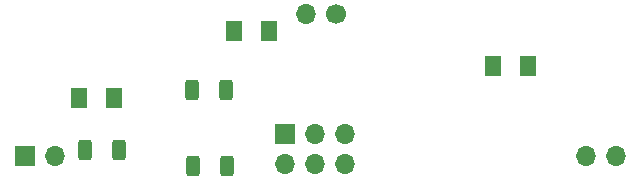
<source format=gbs>
%TF.GenerationSoftware,KiCad,Pcbnew,(6.0.4-0)*%
%TF.CreationDate,2022-04-25T17:07:08-04:00*%
%TF.ProjectId,earth_base,65617274-685f-4626-9173-652e6b696361,rev?*%
%TF.SameCoordinates,Original*%
%TF.FileFunction,Soldermask,Bot*%
%TF.FilePolarity,Negative*%
%FSLAX46Y46*%
G04 Gerber Fmt 4.6, Leading zero omitted, Abs format (unit mm)*
G04 Created by KiCad (PCBNEW (6.0.4-0)) date 2022-04-25 17:07:08*
%MOMM*%
%LPD*%
G01*
G04 APERTURE LIST*
G04 Aperture macros list*
%AMRoundRect*
0 Rectangle with rounded corners*
0 $1 Rounding radius*
0 $2 $3 $4 $5 $6 $7 $8 $9 X,Y pos of 4 corners*
0 Add a 4 corners polygon primitive as box body*
4,1,4,$2,$3,$4,$5,$6,$7,$8,$9,$2,$3,0*
0 Add four circle primitives for the rounded corners*
1,1,$1+$1,$2,$3*
1,1,$1+$1,$4,$5*
1,1,$1+$1,$6,$7*
1,1,$1+$1,$8,$9*
0 Add four rect primitives between the rounded corners*
20,1,$1+$1,$2,$3,$4,$5,0*
20,1,$1+$1,$4,$5,$6,$7,0*
20,1,$1+$1,$6,$7,$8,$9,0*
20,1,$1+$1,$8,$9,$2,$3,0*%
G04 Aperture macros list end*
%ADD10RoundRect,0.250001X0.462499X0.624999X-0.462499X0.624999X-0.462499X-0.624999X0.462499X-0.624999X0*%
%ADD11R,1.700000X1.700000*%
%ADD12O,1.700000X1.700000*%
%ADD13C,1.700000*%
%ADD14RoundRect,0.250000X0.312500X0.625000X-0.312500X0.625000X-0.312500X-0.625000X0.312500X-0.625000X0*%
%ADD15RoundRect,0.250000X-0.312500X-0.625000X0.312500X-0.625000X0.312500X0.625000X-0.312500X0.625000X0*%
G04 APERTURE END LIST*
D10*
%TO.C,D3*%
X144784790Y-96587717D03*
X141809790Y-96587717D03*
%TD*%
%TO.C,D2*%
X131657910Y-102253249D03*
X128682910Y-102253249D03*
%TD*%
%TO.C,D1*%
X166682955Y-99562746D03*
X163707955Y-99562746D03*
%TD*%
D11*
%TO.C,J1*%
X124133751Y-107218580D03*
D12*
X126673751Y-107218580D03*
X147863751Y-95218580D03*
D13*
X150403751Y-95218580D03*
D12*
X171593751Y-107218580D03*
X174133751Y-107218580D03*
%TD*%
D11*
%TO.C,J2*%
X146090605Y-105357258D03*
D12*
X146090605Y-107897258D03*
X148630605Y-105357258D03*
X148630605Y-107897258D03*
X151170605Y-105357258D03*
X151170605Y-107897258D03*
%TD*%
D14*
%TO.C,R3*%
X141162500Y-101600000D03*
X138237500Y-101600000D03*
%TD*%
D15*
%TO.C,R2*%
X129155000Y-106680000D03*
X132080000Y-106680000D03*
%TD*%
D14*
%TO.C,R1*%
X141219802Y-108076026D03*
X138294802Y-108076026D03*
%TD*%
M02*

</source>
